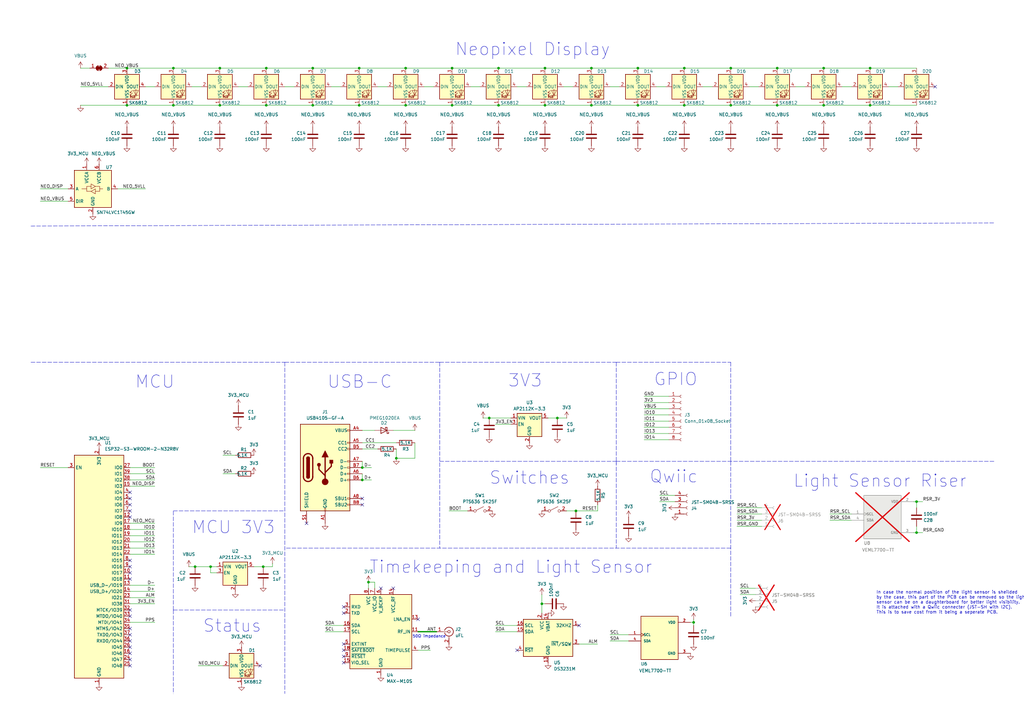
<source format=kicad_sch>
(kicad_sch (version 20231120) (generator "eeschema") (generator_version "8.0")
  (paper "A3")
  (title_block (title "Lightbeam S3") (date "2024-04-10") (rev "R2") (company "besser"))
  (junction (at 280.67 27.94))
  (junction (at 318.77 27.94))
  (junction (at 299.72 43.18))
  (junction (at 151.13 238.76))
  (junction (at 200.66 171.45))
  (junction (at 109.22 43.18))
  (junction (at 148.59 196.85))
  (junction (at 261.62 27.94))
  (junction (at 109.22 27.94))
  (junction (at 284.48 255.27))
  (junction (at 80.01 232.41))
  (junction (at 185.42 43.18))
  (junction (at 166.37 27.94))
  (junction (at 90.17 27.94))
  (junction (at 222.25 247.65))
  (junction (at 223.52 43.18))
  (junction (at 299.72 27.94))
  (junction (at 280.67 43.18))
  (junction (at 261.62 43.18))
  (junction (at 148.59 191.77))
  (junction (at 147.32 27.94))
  (junction (at 242.57 27.94))
  (junction (at 242.57 43.18))
  (junction (at 128.27 43.18))
  (junction (at 185.42 27.94))
  (junction (at 204.47 27.94))
  (junction (at 71.12 43.18))
  (junction (at 223.52 27.94))
  (junction (at 236.22 209.55))
  (junction (at 204.47 43.18))
  (junction (at 356.87 43.18))
  (junction (at 162.56 187.96))
  (junction (at 90.17 43.18))
  (junction (at 337.82 27.94))
  (junction (at 166.37 43.18))
  (junction (at 52.07 27.94))
  (junction (at 52.07 43.18))
  (junction (at 356.87 27.94))
  (junction (at 337.82 43.18))
  (junction (at 147.32 43.18))
  (junction (at 71.12 27.94))
  (junction (at 86.36 232.41))
  (junction (at 128.27 27.94))
  (junction (at 107.95 232.41))
  (junction (at 318.77 43.18))
  (junction (at 375.92 205.74))
  (junction (at 228.6 171.45))
  (junction (at 375.92 218.44))
  (no_connect (at 53.34 229.87))
  (no_connect (at 161.29 241.3))
  (no_connect (at 53.34 267.97))
  (no_connect (at 53.34 232.41))
  (no_connect (at 53.34 273.05))
  (no_connect (at 106.68 273.05))
  (no_connect (at 140.97 248.92))
  (no_connect (at 140.97 264.16))
  (no_connect (at 140.97 271.78))
  (no_connect (at 53.34 209.55))
  (no_connect (at 53.34 250.19))
  (no_connect (at 237.49 256.54))
  (no_connect (at 140.97 269.24))
  (no_connect (at 383.54 35.56))
  (no_connect (at 53.34 207.01))
  (no_connect (at 140.97 266.7))
  (no_connect (at 53.34 252.73))
  (no_connect (at 171.45 254))
  (no_connect (at 125.73 214.63))
  (no_connect (at 53.34 234.95))
  (no_connect (at 53.34 260.35))
  (no_connect (at 212.09 266.7))
  (no_connect (at 148.59 204.47))
  (no_connect (at 140.97 251.46))
  (no_connect (at 53.34 237.49))
  (no_connect (at 53.34 212.09))
  (no_connect (at 156.21 241.3))
  (no_connect (at 53.34 204.47))
  (no_connect (at 53.34 265.43))
  (no_connect (at 53.34 257.81))
  (no_connect (at 53.34 270.51))
  (no_connect (at 148.59 207.01))
  (no_connect (at 53.34 262.89))
  (no_connect (at 53.34 201.93))
  (wire (pts (xy 261.62 43.18) (xy 280.67 43.18)))
  (wire (pts (xy 170.18 181.61) (xy 170.18 187.96)))
  (wire (pts (xy 71.12 43.18) (xy 90.17 43.18)))
  (polyline (pts (xy 299.72 148.59) (xy 299.72 189.23)) (stroke (width 0) (type dash)))
  (wire (pts (xy 276.86 203.2) (xy 270.51 203.2)))
  (wire (pts (xy 337.82 27.94) (xy 356.87 27.94)))
  (wire (pts (xy 171.45 259.08) (xy 179.07 259.08)) (stroke (width 0.508)))
  (wire (pts (xy 80.01 232.41) (xy 86.36 232.41)))
  (wire (pts (xy 261.62 27.94) (xy 280.67 27.94)))
  (wire (pts (xy 91.44 194.31) (xy 96.52 194.31)))
  (wire (pts (xy 326.39 35.56) (xy 330.2 35.56)))
  (wire (pts (xy 148.59 191.77) (xy 152.4 191.77)))
  (wire (pts (xy 153.67 238.76) (xy 151.13 238.76)))
  (wire (pts (xy 97.79 35.56) (xy 101.6 35.56)))
  (wire (pts (xy 140.97 259.08) (xy 133.35 259.08)))
  (wire (pts (xy 33.02 27.94) (xy 36.83 27.94)))
  (wire (pts (xy 375.92 205.74) (xy 375.92 208.28)))
  (wire (pts (xy 59.69 35.56) (xy 63.5 35.56)))
  (wire (pts (xy 299.72 27.94) (xy 318.77 27.94)))
  (wire (pts (xy 280.67 27.94) (xy 299.72 27.94)))
  (wire (pts (xy 340.36 213.36) (xy 349.25 213.36)))
  (wire (pts (xy 53.34 196.85) (xy 63.5 196.85)))
  (wire (pts (xy 374.65 205.74) (xy 375.92 205.74)))
  (wire (pts (xy 312.42 210.82) (xy 302.26 210.82)))
  (wire (pts (xy 166.37 43.18) (xy 185.42 43.18)))
  (wire (pts (xy 33.02 35.56) (xy 44.45 35.56)))
  (wire (pts (xy 53.34 191.77) (xy 63.5 191.77)))
  (wire (pts (xy 162.56 187.96) (xy 170.18 187.96)))
  (wire (pts (xy 173.99 35.56) (xy 177.8 35.56)))
  (wire (pts (xy 193.04 35.56) (xy 196.85 35.56)))
  (wire (pts (xy 53.34 222.25) (xy 63.5 222.25)))
  (wire (pts (xy 222.25 243.84) (xy 222.25 247.65)))
  (wire (pts (xy 375.92 215.9) (xy 375.92 218.44)))
  (wire (pts (xy 86.36 234.95) (xy 86.36 232.41)))
  (polyline (pts (xy 407.67 189.23) (xy 299.72 189.23)) (stroke (width 0) (type dash)))
  (wire (pts (xy 242.57 43.18) (xy 261.62 43.18)))
  (wire (pts (xy 33.02 43.18) (xy 52.07 43.18)))
  (wire (pts (xy 237.49 264.16) (xy 245.11 264.16)))
  (polyline (pts (xy 116.84 148.59) (xy 180.34 148.59)) (stroke (width 0) (type dash)))
  (wire (pts (xy 228.6 171.45) (xy 232.41 171.45)))
  (wire (pts (xy 116.84 35.56) (xy 120.65 35.56)))
  (wire (pts (xy 312.42 213.36) (xy 302.26 213.36)))
  (wire (pts (xy 185.42 43.18) (xy 204.47 43.18)))
  (wire (pts (xy 288.29 35.56) (xy 292.1 35.56)))
  (wire (pts (xy 274.32 172.72) (xy 264.16 172.72)))
  (polyline (pts (xy 116.84 148.59) (xy 116.84 284.48)) (stroke (width 0) (type dash)))
  (wire (pts (xy 53.34 214.63) (xy 63.5 214.63)))
  (wire (pts (xy 154.94 35.56) (xy 158.75 35.56)))
  (wire (pts (xy 274.32 170.18) (xy 264.16 170.18)))
  (wire (pts (xy 109.22 43.18) (xy 128.27 43.18)))
  (wire (pts (xy 148.59 176.53) (xy 153.67 176.53)))
  (wire (pts (xy 63.5 255.27) (xy 53.34 255.27)))
  (wire (pts (xy 128.27 27.94) (xy 147.32 27.94)))
  (wire (pts (xy 71.12 27.94) (xy 90.17 27.94)))
  (wire (pts (xy 284.48 256.54) (xy 284.48 255.27)))
  (wire (pts (xy 77.47 232.41) (xy 80.01 232.41)))
  (wire (pts (xy 52.07 27.94) (xy 71.12 27.94)))
  (polyline (pts (xy 71.12 250.19) (xy 71.12 209.55)) (stroke (width 0) (type dash)))
  (wire (pts (xy 364.49 35.56) (xy 368.3 35.56)))
  (wire (pts (xy 274.32 180.34) (xy 264.16 180.34)))
  (wire (pts (xy 345.44 35.56) (xy 349.25 35.56)))
  (wire (pts (xy 53.34 217.17) (xy 63.5 217.17)))
  (wire (pts (xy 299.72 43.18) (xy 318.77 43.18)))
  (wire (pts (xy 375.92 218.44) (xy 378.46 218.44)))
  (wire (pts (xy 250.19 260.35) (xy 257.81 260.35)))
  (polyline (pts (xy 12.7 148.59) (xy 116.84 148.59)) (stroke (width 0) (type dash)))
  (wire (pts (xy 204.47 27.94) (xy 223.52 27.94)))
  (wire (pts (xy 274.32 165.1) (xy 264.16 165.1)))
  (wire (pts (xy 307.34 35.56) (xy 311.15 35.56)))
  (wire (pts (xy 274.32 175.26) (xy 264.16 175.26)))
  (wire (pts (xy 104.14 232.41) (xy 107.95 232.41)))
  (wire (pts (xy 264.16 162.56) (xy 274.32 162.56)))
  (wire (pts (xy 147.32 43.18) (xy 166.37 43.18)))
  (wire (pts (xy 250.19 35.56) (xy 254 35.56)))
  (wire (pts (xy 222.25 247.65) (xy 222.25 251.46)))
  (wire (pts (xy 151.13 238.76) (xy 151.13 241.3)))
  (wire (pts (xy 148.59 194.31) (xy 148.59 196.85)))
  (wire (pts (xy 312.42 208.28) (xy 302.26 208.28)))
  (wire (pts (xy 303.53 243.84) (xy 309.88 243.84)))
  (wire (pts (xy 90.17 27.94) (xy 109.22 27.94)))
  (wire (pts (xy 53.34 227.33) (xy 63.5 227.33)))
  (wire (pts (xy 340.36 210.82) (xy 349.25 210.82)))
  (wire (pts (xy 185.42 27.94) (xy 204.47 27.94)))
  (wire (pts (xy 198.12 171.45) (xy 200.66 171.45)))
  (wire (pts (xy 203.2 259.08) (xy 212.09 259.08)))
  (wire (pts (xy 53.34 224.79) (xy 63.5 224.79)))
  (wire (pts (xy 107.95 232.41) (xy 111.76 232.41)))
  (polyline (pts (xy 252.73 189.23) (xy 299.72 189.23)) (stroke (width 0) (type dash)))
  (polyline (pts (xy 180.34 189.23) (xy 252.73 189.23)) (stroke (width 0) (type dash)))
  (wire (pts (xy 337.82 43.18) (xy 356.87 43.18)))
  (wire (pts (xy 86.36 232.41) (xy 88.9 232.41)))
  (wire (pts (xy 44.45 27.94) (xy 52.07 27.94)))
  (wire (pts (xy 135.89 35.56) (xy 139.7 35.56)))
  (wire (pts (xy 53.34 194.31) (xy 63.5 194.31)))
  (wire (pts (xy 204.47 43.18) (xy 223.52 43.18)))
  (polyline (pts (xy 12.7 92.71) (xy 407.67 91.44)) (stroke (width 0) (type dash)))
  (wire (pts (xy 53.34 242.57) (xy 63.5 242.57)))
  (polyline (pts (xy 71.12 250.19) (xy 116.84 250.19)) (stroke (width 0) (type dash)))
  (wire (pts (xy 309.88 241.3) (xy 303.53 241.3)))
  (wire (pts (xy 133.35 256.54) (xy 140.97 256.54)))
  (wire (pts (xy 148.59 196.85) (xy 152.4 196.85)))
  (wire (pts (xy 250.19 262.89) (xy 257.81 262.89)))
  (wire (pts (xy 161.29 176.53) (xy 170.18 176.53)))
  (polyline (pts (xy 299.72 224.79) (xy 116.84 224.79)) (stroke (width 0) (type dash)))
  (wire (pts (xy 91.44 186.69) (xy 96.52 186.69)))
  (wire (pts (xy 223.52 27.94) (xy 242.57 27.94)))
  (wire (pts (xy 90.17 43.18) (xy 109.22 43.18)))
  (wire (pts (xy 245.11 209.55) (xy 236.22 209.55)))
  (wire (pts (xy 53.34 199.39) (xy 63.5 199.39)))
  (wire (pts (xy 171.45 266.7) (xy 176.53 266.7)))
  (wire (pts (xy 53.34 240.03) (xy 63.5 240.03)))
  (wire (pts (xy 48.26 77.47) (xy 59.69 77.47)))
  (wire (pts (xy 356.87 27.94) (xy 375.92 27.94)))
  (wire (pts (xy 312.42 215.9) (xy 302.26 215.9)))
  (wire (pts (xy 78.74 35.56) (xy 82.55 35.56)))
  (wire (pts (xy 212.09 35.56) (xy 215.9 35.56)))
  (wire (pts (xy 148.59 184.15) (xy 154.94 184.15)))
  (wire (pts (xy 356.87 43.18) (xy 375.92 43.18)))
  (wire (pts (xy 224.79 171.45) (xy 228.6 171.45)))
  (wire (pts (xy 223.52 247.65) (xy 222.25 247.65)))
  (wire (pts (xy 147.32 27.94) (xy 166.37 27.94)))
  (wire (pts (xy 318.77 27.94) (xy 337.82 27.94)))
  (wire (pts (xy 269.24 35.56) (xy 273.05 35.56)))
  (polyline (pts (xy 252.73 189.23) (xy 252.73 224.79)) (stroke (width 0) (type dash)))
  (wire (pts (xy 166.37 27.94) (xy 185.42 27.94)))
  (polyline (pts (xy 71.12 209.55) (xy 116.84 209.55)) (stroke (width 0) (type dash)))
  (wire (pts (xy 111.76 231.14) (xy 111.76 232.41)))
  (wire (pts (xy 200.66 171.45) (xy 209.55 171.45)))
  (wire (pts (xy 284.48 254) (xy 284.48 255.27)))
  (wire (pts (xy 16.51 191.77) (xy 27.94 191.77)))
  (wire (pts (xy 16.51 77.47) (xy 27.94 77.47)))
  (wire (pts (xy 283.21 255.27) (xy 284.48 255.27)))
  (wire (pts (xy 245.11 207.01) (xy 245.11 209.55)))
  (wire (pts (xy 212.09 256.54) (xy 203.2 256.54)))
  (wire (pts (xy 148.59 181.61) (xy 162.56 181.61)))
  (wire (pts (xy 153.67 241.3) (xy 153.67 238.76)))
  (wire (pts (xy 109.22 27.94) (xy 128.27 27.94)))
  (polyline (pts (xy 299.72 189.23) (xy 299.72 224.79)) (stroke (width 0) (type dash)))
  (wire (pts (xy 280.67 43.18) (xy 299.72 43.18)))
  (wire (pts (xy 53.34 219.71) (xy 63.5 219.71)))
  (wire (pts (xy 128.27 43.18) (xy 147.32 43.18)))
  (wire (pts (xy 374.65 218.44) (xy 375.92 218.44)))
  (wire (pts (xy 231.14 35.56) (xy 234.95 35.56)))
  (wire (pts (xy 270.51 205.74) (xy 276.86 205.74)))
  (polyline (pts (xy 252.73 148.59) (xy 299.72 148.59)) (stroke (width 0) (type dash)))
  (wire (pts (xy 52.07 43.18) (xy 71.12 43.18)))
  (wire (pts (xy 16.51 82.55) (xy 27.94 82.55)))
  (wire (pts (xy 223.52 43.18) (xy 242.57 43.18)))
  (wire (pts (xy 53.34 245.11) (xy 63.5 245.11)))
  (wire (pts (xy 162.56 184.15) (xy 162.56 187.96)))
  (wire (pts (xy 203.2 173.99) (xy 209.55 173.99)))
  (wire (pts (xy 191.77 209.55) (xy 184.15 209.55)))
  (wire (pts (xy 148.59 189.23) (xy 148.59 191.77)))
  (wire (pts (xy 232.41 209.55) (xy 236.22 209.55)))
  (wire (pts (xy 242.57 27.94) (xy 261.62 27.94)))
  (wire (pts (xy 88.9 234.95) (xy 86.36 234.95)))
  (polyline (pts (xy 180.34 148.59) (xy 252.73 148.59)) (stroke (width 0) (type dash)))
  (wire (pts (xy 53.34 247.65) (xy 63.5 247.65)))
  (polyline (pts (xy 180.34 148.59) (xy 180.34 224.79)) (stroke (width 0) (type dash)))
  (wire (pts (xy 375.92 205.74) (xy 378.46 205.74)))
  (wire (pts (xy 274.32 177.8) (xy 264.16 177.8)))
  (wire (pts (xy 81.28 273.05) (xy 91.44 273.05)))
  (polyline (pts (xy 299.72 252.73) (xy 299.72 224.79)) (stroke (width 0) (type dash)))
  (polyline (pts (xy 252.73 148.59) (xy 252.73 190.5)) (stroke (width 0) (type dash)))
  (wire (pts (xy 318.77 43.18) (xy 337.82 43.18)))
  (polyline (pts (xy 71.12 250.19) (xy 71.12 284.48)) (stroke (width 0) (type dash)))
  (wire (pts (xy 274.32 167.64) (xy 264.16 167.64)))
  (text "Neopixel Display" (at 218.44 20.32 0) (effects (font (size 5.08 5.08))))
  (text "MCU 3V3" (at 95.758 216.408 0) (effects (font (size 5.08 5.08))))
  (text "50Ω impedance" (at 176.022 261.112 0) (effects (font (size 1.143 1.143))))
  (text "In case the normal position of the light sensor is sheilded \nby the case, this part of the PCB can be removed so the light\nsensor can be on a daughterboard for better light visibility. \nIt is attached with a Qwiic connecter (JST-SH with I2C).\nThis is to save cost from it being a seperate PCB.\n" (at 359.41 247.142 0) (effects (font (size 1.27 1.27)) (justify left)))
  (text "GPIO" (at 277.114 155.702 0) (effects (font (size 5.08 5.08))))
  (text "USB-C\n" (at 147.574 156.718 0) (effects (font (size 5.08 5.08))))
  (text "3V3" (at 215.392 156.21 0) (effects (font (size 5.08 5.08))))
  (text "Timekeeping and Light Sensor\n" (at 209.55 232.664 0) (effects (font (size 5.08 5.08))))
  (text "MCU" (at 63.5 156.718 0) (effects (font (size 5.08 5.08))))
  (text "Status" (at 95.25 256.794 0) (effects (font (size 5.08 5.08))))
  (text "Qwiic\n" (at 276.352 195.58 0) (effects (font (size 5.08 5.08))))
  (text "Light Sensor Riser" (at 360.934 197.358 0) (effects (font (size 5.08 5.08))))
  (text "Switches" (at 217.17 196.088 0) (effects (font (size 5.08 5.08))))
  (label "RSR_SDA" (at 302.26 210.82 0))
  (label "IO13" (at 264.16 177.8 0))
  (label "SCL" (at 63.5 194.31 180))
  (label "SCL" (at 203.2 256.54 0))
  (label "D+" (at 152.4 196.85 180))
  (label "SDA" (at 91.44 194.31 0))
  (label "NEO_MCU" (at 63.5 214.63 180))
  (label "NEO_VBUS" (at 46.99 27.94 0))
  (label "3V3_EN" (at 203.2 173.99 0))
  (label "D-" (at 63.5 240.03 180))
  (label "NEO_VBUS" (at 16.51 82.55 0))
  (label "ALM" (at 63.5 245.11 180))
  (label "PPS" (at 176.53 266.7 180))
  (label "RSR_SCL" (at 302.26 208.28 0))
  (label "RESET" (at 16.51 191.77 0))
  (label "RSR_3V" (at 378.46 205.74 0))
  (label "BOOT" (at 184.15 209.55 0))
  (label "RSR_SCL" (at 340.36 210.82 0))
  (label "IO11" (at 63.5 219.71 180))
  (label "SDA" (at 203.2 259.08 0))
  (label "NEO_5VLL" (at 33.02 35.56 0))
  (label "PPS" (at 63.5 255.27 180))
  (label "RSR_3V" (at 302.26 213.36 0))
  (label "SDA" (at 270.51 205.74 0))
  (label "D+" (at 63.5 242.57 180))
  (label "SDA" (at 303.53 243.84 0))
  (label "RSR_GND" (at 378.46 218.44 0))
  (label "ALM" (at 245.11 264.16 180))
  (label "RESET" (at 238.76 209.55 0))
  (label "3V3" (at 264.16 165.1 0))
  (label "IO12" (at 264.16 175.26 0))
  (label "SCL" (at 270.51 203.2 0))
  (label "BOOT" (at 63.5 191.77 180))
  (label "GND" (at 264.16 162.56 0))
  (label "NEO_DISP" (at 16.51 77.47 0))
  (label "VBUS" (at 264.16 167.64 0))
  (label "IO10" (at 264.16 170.18 0))
  (label "NEO_MCU" (at 81.28 273.05 0))
  (label "RSR_SDA" (at 340.36 213.36 0))
  (label "CC2" (at 149.86 184.15 0))
  (label "3V3_EN" (at 63.5 247.65 180))
  (label "SCL" (at 303.53 241.3 0))
  (label "IO12" (at 63.5 222.25 180))
  (label "IO14" (at 264.16 180.34 0))
  (label "SDA" (at 63.5 196.85 180))
  (label "D-" (at 152.4 191.77 180))
  (label "SDA" (at 250.19 262.89 0))
  (label "SCL" (at 250.19 260.35 0))
  (label "CC1" (at 149.86 181.61 0))
  (label "SCL" (at 91.44 186.69 0))
  (label "IO11" (at 264.16 172.72 0))
  (label "ANT" (at 175.26 259.08 0))
  (label "SCL" (at 133.35 259.08 0))
  (label "SDA" (at 133.35 256.54 0))
  (label "RSR_GND" (at 302.26 215.9 0))
  (label "IO13" (at 63.5 224.79 180))
  (label "NEO_DISP" (at 63.5 199.39 180))
  (label "IO14" (at 63.5 227.33 180))
  (label "IO10" (at 63.5 217.17 180))
  (label "NEO_5VLL" (at 59.69 77.47 180))
  (symbol (lib_id "power:GND") (at 147.32 59.69 0) (mirror y) (unit 1)
    (property "Reference" "#PWR0145" (effects (hide yes)))
    (property "Value" "GND" (effects (hide yes)))
    (property "Description" "Power symbol creates a global label with name \"GND\" , ground" (effects (hide yes)))
  )
  (symbol (lib_id "power:GND") (at 33.02 43.18 0) (unit 1)
    (property "Reference" "#PWR0136" (effects (hide yes)))
    (property "Value" "GND" (effects (hide yes)))
    (property "Description" "Power symbol creates a global label with name \"GND\" , ground" (effects (hide yes)))
  )
  (symbol (lib_id "power:VBUS") (at 33.02 27.94 0) (unit 1)
    (property "Reference" "#PWR0135" (effects (hide yes)))
    (property "Value" "VBUS" (at 33.02 22.86 0))
    (property "Description" "Power symbol creates a global label with name \"VBUS\"" (effects (hide yes)))
  )
  (symbol (lib_id "power:GND") (at 156.21 276.86 0) (mirror y) (unit 1)
    (property "Reference" "#PWR0118" (effects (hide yes)))
    (property "Value" "GND" (effects (hide yes)))
    (property "Description" "Power symbol creates a global label with name \"GND\" , ground" (effects (hide yes)))
  )
  (symbol (lib_id "power:GND") (at 217.17 181.61 0) (unit 1)
    (property "Reference" "#PWR0116" (effects (hide yes)))
    (property "Value" "GND" (effects (hide yes)))
    (property "Description" "Power symbol creates a global label with name \"GND\" , ground" (effects (hide yes)))
  )
  (symbol (lib_id "power:+5V") (at 128.27 52.07 0) (unit 1)
    (property "Reference" "#PWR08" (effects (hide yes)))
    (property "Value" "NEO_VBUS" (at 128.27 46.99 0))
    (property "Description" "Power symbol creates a global label with name \"+5V\"" (effects (hide yes)))
  )
  (symbol (lib_id "LED:SK6812") (at 318.77 35.56 0) (unit 1)
    (property "Reference" "D17" (at 323.088 29.21 0))
    (property "Value" "SK6812" (at 323.342 42.164 0))
    (property "Footprint" "LED_SMD:LED_SK6812_PLCC4_5.0x5.0mm_P3.2mm" (effects (hide yes)))
    (property "Datasheet" "https://cdn-shop.adafruit.com/product-files/1138/SK6812+LED+datasheet+.pdf" (effects (hide yes)))
    (property "Description" "RGB LED with integrated controller" (effects (hide yes)))
  )
  (symbol (lib_id "Regulator_Linear:AP2112K-3.3") (at 96.52 234.95 0) (unit 1)
    (property "Reference" "U2" (at 96.52 226.06 0))
    (property "Value" "AP2112K-3.3" (at 96.52 228.6 0))
    (property "Footprint" "Package_TO_SOT_SMD:SOT-23-5" (effects (hide yes)))
    (property "Datasheet" "https://www.diodes.com/assets/Datasheets/AP2112.pdf" (effects (hide yes)))
    (property "Description" "600mA low dropout linear regulator, with enable pin, 3.8V-6V input voltage range, 3.3V fixed positive output, SOT-23-5" (effects (hide yes)))
  )
  (symbol (lib_id "Device:C") (at 90.17 55.88 0) (mirror x) (unit 1)
    (property "Reference" "C12" (at 87.376 54.61 0) (effects (justify right)))
    (property "Value" "100nF" (at 87.376 57.15 0) (effects (justify right)))
    (property "Footprint" "Capacitor_SMD:C_0603_1608Metric" (effects (hide yes)))
    (property "Description" "Unpolarized capacitor" (effects (hide yes)))
  )
  (symbol (lib_id "LED:SK6812") (at 204.47 35.56 0) (unit 1)
    (property "Reference" "D11" (at 208.788 29.21 0))
    (property "Value" "SK6812" (at 209.042 42.164 0))
    (property "Footprint" "LED_SMD:LED_SK6812_PLCC4_5.0x5.0mm_P3.2mm" (effects (hide yes)))
    (property "Datasheet" "https://cdn-shop.adafruit.com/product-files/1138/SK6812+LED+datasheet+.pdf" (effects (hide yes)))
    (property "Description" "RGB LED with integrated controller" (effects (hide yes)))
  )
  (symbol (lib_id "power:GND") (at 204.47 59.69 0) (mirror y) (unit 1)
    (property "Reference" "#PWR0164" (effects (hide yes)))
    (property "Value" "GND" (effects (hide yes)))
    (property "Description" "Power symbol creates a global label with name \"GND\" , ground" (effects (hide yes)))
  )
  (symbol (lib_id "power:GND") (at 299.72 59.69 0) (mirror y) (unit 1)
    (property "Reference" "#PWR0143" (effects (hide yes)))
    (property "Value" "GND" (effects (hide yes)))
    (property "Description" "Power symbol creates a global label with name \"GND\" , ground" (effects (hide yes)))
  )
  (symbol (lib_id "power:+5V") (at 261.62 52.07 0) (unit 1)
    (property "Reference" "#PWR015" (effects (hide yes)))
    (property "Value" "NEO_VBUS" (at 261.62 46.99 0))
    (property "Description" "Power symbol creates a global label with name \"+5V\"" (effects (hide yes)))
  )
  (symbol (lib_id "power:+5V") (at 299.72 52.07 0) (unit 1)
    (property "Reference" "#PWR017" (effects (hide yes)))
    (property "Value" "NEO_VBUS" (at 299.72 46.99 0))
    (property "Description" "Power symbol creates a global label with name \"+5V\"" (effects (hide yes)))
  )
  (symbol (lib_id "LED:SK6812") (at 99.06 273.05 0) (unit 1)
    (property "Reference" "D1" (at 103.378 266.7 0))
    (property "Value" "SK6812" (at 103.632 279.654 0))
    (property "Footprint" "LED_SMD:LED_SK6812_PLCC4_5.0x5.0mm_P3.2mm" (effects (hide yes)))
    (property "Datasheet" "https://cdn-shop.adafruit.com/product-files/1138/SK6812+LED+datasheet+.pdf" (effects (hide yes)))
    (property "Description" "RGB LED with integrated controller" (effects (hide yes)))
  )
  (symbol (lib_id "power:GND") (at 309.88 248.92 0) (unit 1)
    (property "Reference" "#PWR04" (effects (hide yes)))
    (property "Value" "GND" (effects (hide yes)))
    (property "Description" "Power symbol creates a global label with name \"GND\" , ground" (effects (hide yes)))
  )
  (symbol (lib_id "Device:C") (at 80.01 236.22 0) (mirror x) (unit 1)
    (property "Reference" "C2" (at 76.2 234.9499 0) (effects (justify right)))
    (property "Value" "1uF" (at 76.2 237.4899 0) (effects (justify right)))
    (property "Footprint" "Capacitor_SMD:C_0603_1608Metric" (effects (hide yes)))
    (property "Description" "Unpolarized capacitor" (effects (hide yes)))
  )
  (symbol (lib_id "Device:C") (at 166.37 55.88 0) (mirror x) (unit 1)
    (property "Reference" "C16" (at 163.576 54.61 0) (effects (justify right)))
    (property "Value" "100nF" (at 163.576 57.15 0) (effects (justify right)))
    (property "Footprint" "Capacitor_SMD:C_0603_1608Metric" (effects (hide yes)))
    (property "Description" "Unpolarized capacitor" (effects (hide yes)))
  )
  (symbol (lib_id "LED:SK6812") (at 375.92 35.56 0) (unit 1)
    (property "Reference" "D20" (at 380.238 29.21 0))
    (property "Value" "SK6812" (at 380.492 42.164 0))
    (property "Footprint" "LED_SMD:LED_SK6812_PLCC4_5.0x5.0mm_P3.2mm" (effects (hide yes)))
    (property "Datasheet" "https://cdn-shop.adafruit.com/product-files/1138/SK6812+LED+datasheet+.pdf" (effects (hide yes)))
    (property "Description" "RGB LED with integrated controller" (effects (hide yes)))
  )
  (symbol (lib_id "power:GND") (at 231.14 247.65 0) (unit 1)
    (property "Reference" "#PWR0109" (effects (hide yes)))
    (property "Value" "GND" (effects (hide yes)))
    (property "Description" "Power symbol creates a global label with name \"GND\" , ground" (effects (hide yes)))
  )
  (symbol (lib_id "power:GND") (at 99.06 280.67 0) (mirror y) (unit 1)
    (property "Reference" "#PWR0165" (effects (hide yes)))
    (property "Value" "GND" (effects (hide yes)))
    (property "Description" "Power symbol creates a global label with name \"GND\" , ground" (effects (hide yes)))
  )
  (symbol (lib_id "Logic_LevelTranslator:SN74LVC1T45DRL") (at 38.1 77.47 0) (unit 1)
    (property "Reference" "U7" (at 44.704 68.58 0))
    (property "Value" "SN74LVC1T45GW" (at 47.498 87.122 0))
    (property "Footprint" "Package_TO_SOT_SMD:SOT-363_SC-70-6" (effects (hide yes)))
    (property "Datasheet" "http://www.ti.com/lit/ds/symlink/sn74lvc1t45.pdf" (effects (hide yes)))
    (property "Description" "Single-Bit Dual-Supply Bus Transceiver With Configurable Voltage Translation and 3-State Outputs, SOT-563" (effects (hide yes)))
  )
  (symbol (lib_id "power:+3V3") (at 284.48 254 0) (unit 1)
    (property "Reference" "#PWR0103" (effects (hide yes)))
    (property "Value" "3V3" (at 284.48 249.682 0))
    (property "Description" "Power symbol creates a global label with name \"+3V3\"" (effects (hide yes)))
  )
  (symbol (lib_id "Device:C") (at 227.33 247.65 90) (mirror x) (unit 1)
    (property "Reference" "C6" (at 228.6 244.856 0) (effects (justify right)))
    (property "Value" "100nF" (at 226.06 244.856 0) (effects (justify right)))
    (property "Footprint" "Capacitor_SMD:C_0603_1608Metric" (effects (hide yes)))
    (property "Description" "Unpolarized capacitor" (effects (hide yes)))
  )
  (symbol (lib_id "power:GND") (at 280.67 59.69 0) (mirror y) (unit 1)
    (property "Reference" "#PWR0153" (effects (hide yes)))
    (property "Value" "GND" (effects (hide yes)))
    (property "Description" "Power symbol creates a global label with name \"GND\" , ground" (effects (hide yes)))
  )
  (symbol (lib_id "power:+3V3") (at 309.88 246.38 90) (unit 1)
    (property "Reference" "#PWR03" (effects (hide yes)))
    (property "Value" "3V3" (at 305.562 246.38 0))
    (property "Description" "Power symbol creates a global label with name \"+3V3\"" (effects (hide yes)))
  )
  (symbol (lib_id "Device:C") (at 228.6 175.26 0) (unit 1)
    (property "Reference" "C5" (at 232.41 173.99 0) (effects (justify left)))
    (property "Value" "1uF" (at 232.41 176.53 0) (effects (justify left)))
    (property "Footprint" "Capacitor_SMD:C_0603_1608Metric" (effects (hide yes)))
    (property "Description" "Unpolarized capacitor" (effects (hide yes)))
  )
  (symbol (lib_id "RF_GPS:MAX-M10S") (at 156.21 259.08 0) (unit 1)
    (property "Reference" "U4" (at 158.5334 276.86 0) (effects (justify left)))
    (property "Value" "MAX-M10S" (at 158.5334 279.4 0) (effects (justify left)))
    (property "Footprint" "RF_GPS:ublox_MAX" (effects (hide yes)))
    (property "Datasheet" "https://content.u-blox.com/sites/default/files/MAX-M10S_DataSheet_UBX-20035208.pdf" (effects (hide yes)))
    (property "Description" "GNSS Module MAX M10, VCC 1.65V to 3.6V" (effects (hide yes)))
  )
  (symbol (lib_id "power:+3V3") (at 35.56 67.31 0) (unit 1)
    (property "Reference" "#PWR0129" (effects (hide yes)))
    (property "Value" "3V3_MCU" (at 32.004 62.992 0))
    (property "Description" "Power symbol creates a global label with name \"+3V3\"" (effects (hide yes)))
  )
  (symbol (lib_id "Device:R") (at 100.33 194.31 90) (unit 1)
    (property "Reference" "R2" (at 101.346 192.024 90) (effects (justify left)))
    (property "Value" "5.1K" (at 101.6 194.31 90) (effects (justify left)))
    (property "Footprint" "Capacitor_SMD:C_0603_1608Metric" (effects (hide yes)))
    (property "Description" "Resistor" (effects (hide yes)))
  )
  (symbol (lib_id "power:GND") (at 261.62 59.69 0) (mirror y) (unit 1)
    (property "Reference" "#PWR0156" (effects (hide yes)))
    (property "Value" "GND" (effects (hide yes)))
    (property "Description" "Power symbol creates a global label with name \"GND\" , ground" (effects (hide yes)))
  )
  (symbol (lib_id "LED:SK6812") (at 128.27 35.56 0) (unit 1)
    (property "Reference" "D7" (at 132.588 29.21 0))
    (property "Value" "SK6812" (at 132.842 42.164 0))
    (property "Footprint" "LED_SMD:LED_SK6812_PLCC4_5.0x5.0mm_P3.2mm" (effects (hide yes)))
    (property "Datasheet" "https://cdn-shop.adafruit.com/product-files/1138/SK6812+LED+datasheet+.pdf" (effects (hide yes)))
    (property "Description" "RGB LED with integrated controller" (effects (hide yes)))
  )
  (symbol (lib_id "power:+5V") (at 185.42 52.07 0) (unit 1)
    (property "Reference" "#PWR011" (effects (hide yes)))
    (property "Value" "NEO_VBUS" (at 185.42 46.99 0))
    (property "Description" "Power symbol creates a global label with name \"+5V\"" (effects (hide yes)))
  )
  (symbol (lib_id "power:+3V3") (at 245.11 199.39 0) (unit 1)
    (property "Reference" "#PWR0119" (effects (hide yes)))
    (property "Value" "3V3_MCU" (at 245.11 195.072 0))
    (property "Description" "Power symbol creates a global label with name \"+3V3\"" (effects (hide yes)))
  )
  (symbol (lib_id "power:GND") (at 38.1 87.63 0) (unit 1)
    (property "Reference" "#PWR0130" (effects (hide yes)))
    (property "Value" "GND" (effects (hide yes)))
    (property "Description" "Power symbol creates a global label with name \"GND\" , ground" (effects (hide yes)))
  )
  (symbol (lib_id "power:GND") (at 185.42 59.69 0) (mirror y) (unit 1)
    (property "Reference" "#PWR0160" (effects (hide yes)))
    (property "Value" "GND" (effects (hide yes)))
    (property "Description" "Power symbol creates a global label with name \"GND\" , ground" (effects (hide yes)))
  )
  (symbol (lib_id "power:GND") (at 283.21 267.97 0) (unit 1)
    (property "Reference" "#PWR0102" (effects (hide yes)))
    (property "Value" "GND" (effects (hide yes)))
    (property "Description" "Power symbol creates a global label with name \"GND\" , ground" (effects (hide yes)))
  )
  (symbol (lib_id "Device:C") (at 147.32 55.88 0) (mirror x) (unit 1)
    (property "Reference" "C15" (at 144.526 54.61 0) (effects (justify right)))
    (property "Value" "100nF" (at 144.526 57.15 0) (effects (justify right)))
    (property "Footprint" "Capacitor_SMD:C_0603_1608Metric" (effects (hide yes)))
    (property "Description" "Unpolarized capacitor" (effects (hide yes)))
  )
  (symbol (lib_id "LED:SK6812") (at 90.17 35.56 0) (unit 1)
    (property "Reference" "D5" (at 94.488 29.21 0))
    (property "Value" "SK6812" (at 94.742 42.164 0))
    (property "Footprint" "LED_SMD:LED_SK6812_PLCC4_5.0x5.0mm_P3.2mm" (effects (hide yes)))
    (property "Datasheet" "https://cdn-shop.adafruit.com/product-files/1138/SK6812+LED+datasheet+.pdf" (effects (hide yes)))
    (property "Description" "RGB LED with integrated controller" (effects (hide yes)))
  )
  (symbol (lib_id "power:+5V") (at 198.12 171.45 0) (unit 1)
    (property "Reference" "#PWR0121" (effects (hide yes)))
    (property "Value" "VBUS" (at 198.12 166.37 0))
    (property "Description" "Power symbol creates a global label with name \"+5V\"" (effects (hide yes)))
  )
  (symbol (lib_id "power:GND") (at 356.87 59.69 0) (mirror y) (unit 1)
    (property "Reference" "#PWR0152" (effects (hide yes)))
    (property "Value" "GND" (effects (hide yes)))
    (property "Description" "Power symbol creates a global label with name \"GND\" , ground" (effects (hide yes)))
  )
  (symbol (lib_id "power:+3V3") (at 104.14 194.31 0) (unit 1)
    (property "Reference" "#PWR0169" (effects (hide yes)))
    (property "Value" "3V3" (at 104.14 189.992 0))
    (property "Description" "Power symbol creates a global label with name \"+3V3\"" (effects (hide yes)))
  )
  (symbol (lib_id "Device:C") (at 375.92 55.88 0) (mirror x) (unit 1)
    (property "Reference" "C27" (at 373.126 54.61 0) (effects (justify right)))
    (property "Value" "100nF" (at 373.126 57.15 0) (effects (justify right)))
    (property "Footprint" "Capacitor_SMD:C_0603_1608Metric" (effects (hide yes)))
    (property "Description" "Unpolarized capacitor" (effects (hide yes)))
  )
  (symbol (lib_id "power:+3V3") (at 257.81 212.09 0) (unit 1)
    (property "Reference" "#PWR01" (effects (hide yes)))
    (property "Value" "3V3" (at 257.81 207.772 0))
    (property "Description" "Power symbol creates a global label with name \"+3V3\"" (effects (hide yes)))
  )
  (symbol (lib_id "Regulator_Linear:AP2112K-3.3") (at 217.17 173.99 0) (unit 1)
    (property "Reference" "U3" (at 217.17 165.1 0))
    (property "Value" "AP2112K-3.3" (at 217.17 167.64 0))
    (property "Footprint" "Package_TO_SOT_SMD:SOT-23-5" (effects (hide yes)))
    (property "Datasheet" "https://www.diodes.com/assets/Datasheets/AP2112.pdf" (effects (hide yes)))
    (property "Description" "600mA low dropout linear regulator, with enable pin, 3.8V-6V input voltage range, 3.3V fixed positive output, SOT-23-5" (effects (hide yes)))
  )
  (symbol (lib_id "power:GND") (at 200.66 179.07 0) (unit 1)
    (property "Reference" "#PWR0113" (effects (hide yes)))
    (property "Value" "GND" (effects (hide yes)))
    (property "Description" "Power symbol creates a global label with name \"GND\" , ground" (effects (hide yes)))
  )
  (symbol (lib_id "power:GND") (at 52.07 59.69 0) (mirror y) (unit 1)
    (property "Reference" "#PWR0132" (effects (hide yes)))
    (property "Value" "GND" (effects (hide yes)))
    (property "Description" "Power symbol creates a global label with name \"GND\" , ground" (effects (hide yes)))
  )
  (symbol (lib_id "Device:C") (at 185.42 55.88 0) (mirror x) (unit 1)
    (property "Reference" "C17" (at 182.626 54.61 0) (effects (justify right)))
    (property "Value" "100nF" (at 182.626 57.15 0) (effects (justify right)))
    (property "Footprint" "Capacitor_SMD:C_0603_1608Metric" (effects (hide yes)))
    (property "Description" "Unpolarized capacitor" (effects (hide yes)))
  )
  (symbol (lib_id "Diode:NSR0340HT1G") (at 157.48 176.53 180) (unit 1)
    (property "Reference" "D2" (at 157.48 173.482 0))
    (property "Value" "PMEG1020EA" (at 157.734 171.45 0))
    (property "Footprint" "Diode_SMD:D_SOD-323" (effects (hide yes)))
    (property "Description" "10V 2A Schottky Diode, SOD-323" (effects (hide yes)))
  )
  (symbol (lib_id "power:+3V3") (at 276.86 208.28 90) (unit 1)
    (property "Reference" "#PWR0106" (effects (hide yes)))
    (property "Value" "3V3" (at 272.542 208.28 0))
    (property "Description" "Power symbol creates a global label with name \"+3V3\"" (effects (hide yes)))
  )
  (symbol (lib_id "power:+3V3") (at 111.76 231.14 0) (unit 1)
    (property "Reference" "#PWR0177" (effects (hide yes)))
    (property "Value" "3V3_MCU" (at 111.76 226.822 0))
    (property "Description" "Power symbol creates a global label with name \"+3V3\"" (effects (hide yes)))
  )
  (symbol (lib_id "power:+5V") (at 375.92 52.07 0) (unit 1)
    (property "Reference" "#PWR021" (effects (hide yes)))
    (property "Value" "NEO_VBUS" (at 375.92 46.99 0))
    (property "Description" "Power symbol creates a global label with name \"+5V\"" (effects (hide yes)))
  )
  (symbol (lib_id "power:GND") (at 222.25 209.55 0) (unit 1)
    (property "Reference" "#PWR0115" (effects (hide yes)))
    (property "Value" "GND" (effects (hide yes)))
    (property "Description" "Power symbol creates a global label with name \"GND\" , ground" (effects (hide yes)))
  )
  (symbol (lib_id "power:+3V3") (at 222.25 243.84 0) (unit 1)
    (property "Reference" "#PWR0111" (effects (hide yes)))
    (property "Value" "3V3" (at 222.25 239.522 0))
    (property "Description" "Power symbol creates a global label with name \"+3V3\"" (effects (hide yes)))
  )
  (symbol (lib_id "Device:C") (at 109.22 55.88 0) (mirror x) (unit 1)
    (property "Reference" "C13" (at 106.426 54.61 0) (effects (justify right)))
    (property "Value" "100nF" (at 106.426 57.15 0) (effects (justify right)))
    (property "Footprint" "Capacitor_SMD:C_0603_1608Metric" (effects (hide yes)))
    (property "Description" "Unpolarized capacitor" (effects (hide yes)))
  )
  (symbol (lib_id "LED:SK6812") (at 166.37 35.56 0) (unit 1)
    (property "Reference" "D9" (at 170.688 29.21 0))
    (property "Value" "SK6812" (at 170.942 42.164 0))
    (property "Footprint" "LED_SMD:LED_SK6812_PLCC4_5.0x5.0mm_P3.2mm" (effects (hide yes)))
    (property "Datasheet" "https://cdn-shop.adafruit.com/product-files/1138/SK6812+LED+datasheet+.pdf" (effects (hide yes)))
    (property "Description" "RGB LED with integrated controller" (effects (hide yes)))
  )
  (symbol (lib_id "Device:C") (at 52.07 55.88 0) (mirror x) (unit 1)
    (property "Reference" "C10" (at 49.276 54.61 0) (effects (justify right)))
    (property "Value" "100nF" (at 49.276 57.15 0) (effects (justify right)))
    (property "Footprint" "Capacitor_SMD:C_0603_1608Metric" (effects (hide yes)))
    (property "Description" "Unpolarized capacitor" (effects (hide yes)))
  )
  (symbol (lib_id "Connector:Conn_01x04_Socket") (at 281.94 208.28 0) (mirror x) (unit 1)
    (property "Reference" "J4" (at 283.464 208.534 0) (effects (justify left)))
    (property "Value" "JST-SM04B-SRSS" (at 283.464 205.994 0) (effects (justify left)))
    (property "Footprint" "besser_footprints:JST_SH_SM04B-SRSS-TB_1x04-1MP_P1.00mm_Horizontal" (effects (hide yes)))
    (property "Description" "Generic connector, single row, 01x04, script generated" (effects (hide yes)))
  )
  (symbol (lib_id "power:GND") (at 223.52 59.69 0) (mirror y) (unit 1)
    (property "Reference" "#PWR0163" (effects (hide yes)))
    (property "Value" "GND" (effects (hide yes)))
    (property "Description" "Power symbol creates a global label with name \"GND\" , ground" (effects (hide yes)))
  )
  (symbol (lib_id "Connector:USB_C_Receptacle_USB2.0_16P") (at 133.35 191.77 0) (unit 1)
    (property "Reference" "J1" (at 133.35 168.91 0))
    (property "Value" "USB4105-GF-A" (at 133.35 171.45 0))
    (property "Footprint" "Connector_USB:USB_C_Receptacle_GCT_USB4105-xx-A_16P_TopMnt_Horizontal" (effects (hide yes)))
    (property "Datasheet" "https://www.usb.org/sites/default/files/documents/usb_type-c.zip" (effects (hide yes)))
    (property "Description" "USB 2.0-only 16P Type-C Receptacle connector" (effects (hide yes)))
  )
  (symbol (lib_id "VEML7700-TT:VEML7700-TT") (at 270.51 262.89 0) (unit 1)
    (property "Reference" "U6" (at 264.16 272.288 0))
    (property "Value" "VEML7700-TT" (at 268.732 275.082 0))
    (property "Footprint" "besser_footprints:VEML7700" (effects (hide yes)))
    (property "PARTREV" "1.6" (effects (hide yes)))
    (property "STANDARD" "Manufacturer Recommendations" (effects (hide yes)))
    (property "SNAPEDA_PN" "VEML7700-TT" (effects (hide yes)))
    (property "MAXIMUM_PACKAGE_HEIGHT" "2.35 mm" (effects (hide yes)))
    (property "MANUFACTURER" "Vishay" (effects (hide yes)))
  )
  (symbol (lib_id "Device:C") (at 356.87 55.88 0) (mirror x) (unit 1)
    (property "Reference" "C26" (at 354.076 54.61 0) (effects (justify right)))
    (property "Value" "100nF" (at 354.076 57.15 0) (effects (justify right)))
    (property "Footprint" "Capacitor_SMD:C_0603_1608Metric" (effects (hide yes)))
    (property "Description" "Unpolarized capacitor" (effects (hide yes)))
  )
  (symbol (lib_id "power:GND") (at 90.17 59.69 0) (mirror y) (unit 1)
    (property "Reference" "#PWR0126" (effects (hide yes)))
    (property "Value" "GND" (effects (hide yes)))
    (property "Description" "Power symbol creates a global label with name \"GND\" , ground" (effects (hide yes)))
  )
  (symbol (lib_id "Device:C") (at 236.22 213.36 0) (unit 1)
    (property "Reference" "C8" (at 240.03 212.09 0) (effects (justify left)))
    (property "Value" "1uF" (at 240.03 214.63 0) (effects (justify left)))
    (property "Footprint" "Capacitor_SMD:C_0603_1608Metric" (effects (hide yes)))
    (property "Description" "Unpolarized capacitor" (effects (hide yes)))
  )
  (symbol (lib_id "power:GND") (at 96.52 242.57 0) (unit 1)
    (property "Reference" "#PWR0172" (effects (hide yes)))
    (property "Value" "GND" (effects (hide yes)))
    (property "Description" "Power symbol creates a global label with name \"GND\" , ground" (effects (hide yes)))
  )
  (symbol (lib_id "power:+5V") (at 52.07 52.07 0) (unit 1)
    (property "Reference" "#PWR0133" (effects (hide yes)))
    (property "Value" "NEO_VBUS" (at 52.07 46.99 0))
    (property "Description" "Power symbol creates a global label with name \"+5V\"" (effects (hide yes)))
  )
  (symbol (lib_id "Device:C") (at 318.77 55.88 0) (mirror x) (unit 1)
    (property "Reference" "C24" (at 315.976 54.61 0) (effects (justify right)))
    (property "Value" "100nF" (at 315.976 57.15 0) (effects (justify right)))
    (property "Footprint" "Capacitor_SMD:C_0603_1608Metric" (effects (hide yes)))
    (property "Description" "Unpolarized capacitor" (effects (hide yes)))
  )
  (symbol (lib_id "Device:C") (at 337.82 55.88 0) (mirror x) (unit 1)
    (property "Reference" "C25" (at 335.026 54.61 0) (effects (justify right)))
    (property "Value" "100nF" (at 335.026 57.15 0) (effects (justify right)))
    (property "Footprint" "Capacitor_SMD:C_0603_1608Metric" (effects (hide yes)))
    (property "Description" "Unpolarized capacitor" (effects (hide yes)))
  )
  (symbol (lib_id "power:GND") (at 375.92 59.69 0) (mirror y) (unit 1)
    (property "Reference" "#PWR0144" (effects (hide yes)))
    (property "Value" "GND" (effects (hide yes)))
    (property "Description" "Power symbol creates a global label with name \"GND\" , ground" (effects (hide yes)))
  )
  (symbol (lib_id "Device:R") (at 245.11 203.2 0) (mirror x) (unit 1)
    (property "Reference" "R5" (at 247.396 203.2 90))
    (property "Value" "5.1K" (at 245.364 203.2 90))
    (property "Footprint" "Capacitor_SMD:C_0603_1608Metric" (effects (hide yes)))
    (property "Description" "Resistor" (effects (hide yes)))
  )
  (symbol (lib_id "power:+5V") (at 242.57 52.07 0) (unit 1)
    (property "Reference" "#PWR014" (effects (hide yes)))
    (property "Value" "NEO_VBUS" (at 242.57 46.99 0))
    (property "Description" "Power symbol creates a global label with name \"+5V\"" (effects (hide yes)))
  )
  (symbol (lib_id "Device:C") (at 223.52 55.88 0) (mirror x) (unit 1)
    (property "Reference" "C19" (at 220.726 54.61 0) (effects (justify right)))
    (property "Value" "100nF" (at 220.726 57.15 0) (effects (justify right)))
    (property "Footprint" "Capacitor_SMD:C_0603_1608Metric" (effects (hide yes)))
    (property "Description" "Unpolarized capacitor" (effects (hide yes)))
  )
  (symbol (lib_id "power:+5V") (at 318.77 52.07 0) (unit 1)
    (property "Reference" "#PWR018" (effects (hide yes)))
    (property "Value" "NEO_VBUS" (at 318.77 46.99 0))
    (property "Description" "Power symbol creates a global label with name \"+5V\"" (effects (hide yes)))
  )
  (symbol (lib_id "power:GND") (at 242.57 59.69 0) (mirror y) (unit 1)
    (property "Reference" "#PWR0158" (effects (hide yes)))
    (property "Value" "GND" (effects (hide yes)))
    (property "Description" "Power symbol creates a global label with name \"GND\" , ground" (effects (hide yes)))
  )
  (symbol (lib_id "power:GND") (at 166.37 59.69 0) (mirror y) (unit 1)
    (property "Reference" "#PWR0142" (effects (hide yes)))
    (property "Value" "GND" (effects (hide yes)))
    (property "Description" "Power symbol creates a global label with name \"GND\" , ground" (effects (hide yes)))
  )
  (symbol (lib_id "power:GND") (at 133.35 214.63 0) (unit 1)
    (property "Reference" "#PWR0170" (effects (hide yes)))
    (property "Value" "GND" (effects (hide yes)))
    (property "Description" "Power symbol creates a global label with name \"GND\" , ground" (effects (hide yes)))
  )
  (symbol (lib_id "Connector:Conn_01x04_Socket") (at 314.96 246.38 0) (mirror x) (unit 1) (in_bom no) (dnp yes)
    (property "Reference" "J5" (at 316.484 246.634 0) (effects (justify left)))
    (property "Value" "JST-SM04B-SRSS" (at 316.484 244.094 0) (effects (justify left)))
    (property "Footprint" "besser_footprints:JST_SH_SM04B-SRSS-TB_1x04-1MP_P1.00mm_Horizontal" (effects (hide yes)))
    (property "Description" "Generic connector, single row, 01x04, script generated" (effects (hide yes)))
  )
  (symbol (lib_id "power:GND") (at 97.79 173.99 0) (unit 1)
    (property "Reference" "#PWR0166" (effects (hide yes)))
    (property "Value" "GND" (effects (hide yes)))
    (property "Description" "Power symbol creates a global label with name \"GND\" , ground" (effects (hide yes)))
  )
  (symbol (lib_id "VEML7700-TT:VEML7700-TT") (at 361.95 213.36 0) (unit 1) (dnp yes)
    (property "Reference" "U8" (at 355.6 222.758 0))
    (property "Value" "VEML7700-TT" (at 360.172 225.552 0))
    (property "Footprint" "besser_footprints:VEML7700" (effects (hide yes)))
    (property "PARTREV" "1.6" (effects (hide yes)))
    (property "STANDARD" "Manufacturer Recommendations" (effects (hide yes)))
    (property "SNAPEDA_PN" "VEML7700-TT" (effects (hide yes)))
    (property "MAXIMUM_PACKAGE_HEIGHT" "2.35 mm" (effects (hide yes)))
    (property "MANUFACTURER" "Vishay" (effects (hide yes)))
  )
  (symbol (lib_id "power:+5V") (at 90.17 52.07 0) (unit 1)
    (property "Reference" "#PWR06" (effects (hide yes)))
    (property "Value" "NEO_VBUS" (at 90.17 46.99 0))
    (property "Description" "Power symbol creates a global label with name \"+5V\"" (effects (hide yes)))
  )
  (symbol (lib_id "power:+3V3") (at 97.79 166.37 0) (unit 1)
    (property "Reference" "#PWR0167" (effects (hide yes)))
    (property "Value" "3V3_MCU" (at 97.79 162.052 0))
    (property "Description" "Power symbol creates a global label with name \"+3V3\"" (effects (hide yes)))
  )
  (symbol (lib_id "power:GND") (at 228.6 179.07 0) (unit 1)
    (property "Reference" "#PWR0117" (effects (hide yes)))
    (property "Value" "GND" (effects (hide yes)))
    (property "Description" "Power symbol creates a global label with name \"GND\" , ground" (effects (hide yes)))
  )
  (symbol (lib_id "power:GND") (at 257.81 219.71 0) (unit 1)
    (property "Reference" "#PWR02" (effects (hide yes)))
    (property "Value" "GND" (effects (hide yes)))
    (property "Description" "Power symbol creates a global label with name \"GND\" , ground" (effects (hide yes)))
  )
  (symbol (lib_id "LED:SK6812") (at 147.32 35.56 0) (unit 1)
    (property "Reference" "D8" (at 151.638 29.21 0))
    (property "Value" "SK6812" (at 151.892 42.164 0))
    (property "Footprint" "LED_SMD:LED_SK6812_PLCC4_5.0x5.0mm_P3.2mm" (effects (hide yes)))
    (property "Datasheet" "https://cdn-shop.adafruit.com/product-files/1138/SK6812+LED+datasheet+.pdf" (effects (hide yes)))
    (property "Description" "RGB LED with integrated controller" (effects (hide yes)))
  )
  (symbol (lib_id "power:GND") (at 224.79 251.46 90) (mirror x) (unit 1)
    (property "Reference" "#PWR0110" (effects (hide yes)))
    (property "Value" "GND" (effects (hide yes)))
    (property "Description" "Power symbol creates a global label with name \"GND\" , ground" (effects (hide yes)))
  )
  (symbol (lib_id "power:GND") (at 276.86 210.82 0) (unit 1)
    (property "Reference" "#PWR0105" (effects (hide yes)))
    (property "Value" "GND" (effects (hide yes)))
    (property "Description" "Power symbol creates a global label with name \"GND\" , ground" (effects (hide yes)))
  )
  (symbol (lib_id "power:+5V") (at 71.12 52.07 0) (unit 1)
    (property "Reference" "#PWR05" (effects (hide yes)))
    (property "Value" "NEO_VBUS" (at 71.12 46.99 0))
    (property "Description" "Power symbol creates a global label with name \"+5V\"" (effects (hide yes)))
  )
  (symbol (lib_id "power:+5V") (at 280.67 52.07 0) (unit 1)
    (property "Reference" "#PWR016" (effects (hide yes)))
    (property "Value" "NEO_VBUS" (at 280.67 46.99 0))
    (property "Description" "Power symbol creates a global label with name \"+5V\"" (effects (hide yes)))
  )
  (symbol (lib_id "Switch:SW_SPST") (at 196.85 209.55 0) (unit 1)
    (property "Reference" "SW1" (at 196.85 203.2 0))
    (property "Value" "PTS636 SK25F" (at 196.85 205.74 0))
    (property "Footprint" "Button_Switch_SMD:SW_Tactile_SPST_NO_Straight_CK_PTS636Sx25SMTRLFS" (effects (hide yes)))
    (property "Description" "Single Pole Single Throw (SPST) switch" (effects (hide yes)))
  )
  (symbol (lib_id "Device:C") (at 375.92 212.09 0) (mirror y) (unit 1)
    (property "Reference" "C28" (at 378.714 213.36 0) (effects (justify right)))
    (property "Value" "100nF" (at 378.714 210.82 0) (effects (justify right)))
    (property "Footprint" "Capacitor_SMD:C_0603_1608Metric" (effects (hide yes)))
    (property "Description" "Unpolarized capacitor" (effects (hide yes)))
  )
  (symbol (lib_id "Device:C") (at 261.62 55.88 0) (mirror x) (unit 1)
    (property "Reference" "C21" (at 258.826 54.61 0) (effects (justify right)))
    (property "Value" "100nF" (at 258.826 57.15 0) (effects (justify right)))
    (property "Footprint" "Capacitor_SMD:C_0603_1608Metric" (effects (hide yes)))
    (property "Description" "Unpolarized capacitor" (effects (hide yes)))
  )
  (symbol (lib_id "power:+5V") (at 337.82 52.07 0) (unit 1)
    (property "Reference" "#PWR019" (effects (hide yes)))
    (property "Value" "NEO_VBUS" (at 337.82 46.99 0))
    (property "Description" "Power symbol creates a global label with name \"+5V\"" (effects (hide yes)))
  )
  (symbol (lib_id "Timer_RTC:DS3231M") (at 224.79 261.62 0) (unit 1)
    (property "Reference" "U5" (at 227.1134 271.78 0) (effects (justify left)))
    (property "Value" "DS3231M" (at 227.1134 274.32 0) (effects (justify left)))
    (property "Footprint" "Package_SO:SOIC-16W_7.5x10.3mm_P1.27mm" (effects (hide yes)))
    (property "Datasheet" "http://datasheets.maximintegrated.com/en/ds/DS3231.pdf" (effects (hide yes)))
    (property "Description" "Extremely Accurate I2C-Integrated RTC/TCXO/Crystal SOIC-16" (effects (hide yes)))
  )
  (symbol (lib_id "Device:C") (at 257.81 215.9 0) (unit 1)
    (property "Reference" "C9" (at 261.62 214.63 0) (effects (justify left)))
    (property "Value" "1uF" (at 261.62 217.17 0) (effects (justify left)))
    (property "Footprint" "Capacitor_SMD:C_0603_1608Metric" (effects (hide yes)))
    (property "Description" "Unpolarized capacitor" (effects (hide yes)))
  )
  (symbol (lib_id "Switch:SW_SPST") (at 227.33 209.55 0) (unit 1)
    (property "Reference" "SW2" (at 227.33 203.2 0))
    (property "Value" "PTS636 SK25F" (at 227.33 205.74 0))
    (property "Footprint" "Button_Switch_SMD:SW_Tactile_SPST_NO_Straight_CK_PTS636Sx25SMTRLFS" (effects (hide yes)))
    (property "Description" "Single Pole Single Throw (SPST) switch" (effects (hide yes)))
  )
  (symbol (lib_id "Device:C") (at 242.57 55.88 0) (mirror x) (unit 1)
    (property "Reference" "C20" (at 239.776 54.61 0) (effects (justify right)))
    (property "Value" "100nF" (at 239.776 57.15 0) (effects (justify right)))
    (property "Footprint" "Capacitor_SMD:C_0603_1608Metric" (effects (hide yes)))
    (property "Description" "Unpolarized capacitor" (effects (hide yes)))
  )
  (symbol (lib_id "Device:R") (at 158.75 184.15 90) (unit 1)
    (property "Reference" "R4" (at 158.75 186.69 90))
    (property "Value" "5.1K" (at 158.75 184.15 90))
    (property "Footprint" "Capacitor_SMD:C_0603_1608Metric" (effects (hide yes)))
    (property "Description" "Resistor" (effects (hide yes)))
  )
  (symbol (lib_id "power:+3V3") (at 104.14 186.69 0) (unit 1)
    (property "Reference" "#PWR0168" (effects (hide yes)))
    (property "Value" "3V3" (at 104.14 182.372 0))
    (property "Description" "Power symbol creates a global label with name \"+3V3\"" (effects (hide yes)))
  )
  (symbol (lib_id "power:+5V") (at 109.22 52.07 0) (unit 1)
    (property "Reference" "#PWR07" (effects (hide yes)))
    (property "Value" "NEO_VBUS" (at 109.22 46.99 0))
    (property "Description" "Power symbol creates a global label with name \"+5V\"" (effects (hide yes)))
  )
  (symbol (lib_id "Device:C") (at 299.72 55.88 0) (mirror x) (unit 1)
    (property "Reference" "C23" (at 296.926 54.61 0) (effects (justify right)))
    (property "Value" "100nF" (at 296.926 57.15 0) (effects (justify right)))
    (property "Footprint" "Capacitor_SMD:C_0603_1608Metric" (effects (hide yes)))
    (property "Description" "Unpolarized capacitor" (effects (hide yes)))
  )
  (symbol (lib_id "power:+5V") (at 147.32 52.07 0) (unit 1)
    (property "Reference" "#PWR09" (effects (hide yes)))
    (property "Value" "NEO_VBUS" (at 147.32 46.99 0))
    (property "Description" "Power symbol creates a global label with name \"+5V\"" (effects (hide yes)))
  )
  (symbol (lib_id "Device:C") (at 280.67 55.88 0) (mirror x) (unit 1)
    (property "Reference" "C22" (at 277.876 54.61 0) (effects (justify right)))
    (property "Value" "100nF" (at 277.876 57.15 0) (effects (justify right)))
    (property "Footprint" "Capacitor_SMD:C_0603_1608Metric" (effects (hide yes)))
    (property "Description" "Unpolarized capacitor" (effects (hide yes)))
  )
  (symbol (lib_id "LED:SK6812") (at 261.62 35.56 0) (unit 1)
    (property "Reference" "D14" (at 265.938 29.21 0))
    (property "Value" "SK6812" (at 266.192 42.164 0))
    (property "Footprint" "LED_SMD:LED_SK6812_PLCC4_5.0x5.0mm_P3.2mm" (effects (hide yes)))
    (property "Datasheet" "https://cdn-shop.adafruit.com/product-files/1138/SK6812+LED+datasheet+.pdf" (effects (hide yes)))
    (property "Description" "RGB LED with integrated controller" (effects (hide yes)))
  )
  (symbol (lib_id "RF_Module:ESP32-S3-WROOM-2") (at 40.64 232.41 0) (unit 1)
    (property "Reference" "U1" (at 42.9634 181.61 0) (effects (justify left)))
    (property "Value" "ESP32-S3-WROOM-2-N32R8V" (at 42.9634 184.15 0) (effects (justify left)))
    (property "Footprint" "RF_Module:ESP32-S3-WROOM-2" (effects (hide yes)))
    (property "Datasheet" "https://www.espressif.com/sites/default/files/documentation/esp32-s3-wroom-2_datasheet_en.pdf" (effects (hide yes)))
    (property "Description" "RF Module, 2.4 GHz, Wi­-Fi, Bluetooth, BLE, ESP32­-S3R8V" (effects (hide yes)))
  )
  (symbol (lib_id "power:+5V") (at 166.37 52.07 0) (unit 1)
    (property "Reference" "#PWR010" (effects (hide yes)))
    (property "Value" "NEO_VBUS" (at 166.37 46.99 0))
    (property "Description" "Power symbol creates a global label with name \"+5V\"" (effects (hide yes)))
  )
  (symbol (lib_id "power:GND") (at 284.48 264.16 0) (unit 1)
    (property "Reference" "#PWR0104" (effects (hide yes)))
    (property "Value" "GND" (effects (hide yes)))
    (property "Description" "Power symbol creates a global label with name \"GND\" , ground" (effects (hide yes)))
  )
  (symbol (lib_id "power:+5V") (at 77.47 232.41 0) (unit 1)
    (property "Reference" "#PWR0174" (effects (hide yes)))
    (property "Value" "VBUS" (at 77.47 227.33 0))
    (property "Description" "Power symbol creates a global label with name \"+5V\"" (effects (hide yes)))
  )
  (symbol (lib_id "power:GND") (at 128.27 59.69 0) (mirror y) (unit 1)
    (property "Reference" "#PWR0146" (effects (hide yes)))
    (property "Value" "GND" (effects (hide yes)))
    (property "Description" "Power symbol creates a global label with name \"GND\" , ground" (effects (hide yes)))
  )
  (symbol (lib_id "Device:C") (at 107.95 236.22 0) (unit 1)
    (property "Reference" "C3" (at 111.76 234.95 0) (effects (justify left)))
    (property "Value" "1uF" (at 111.76 237.49 0) (effects (justify left)))
    (property "Footprint" "Capacitor_SMD:C_0603_1608Metric" (effects (hide yes)))
    (property "Description" "Unpolarized capacitor" (effects (hide yes)))
  )
  (symbol (lib_id "Device:C") (at 71.12 55.88 0) (mirror x) (unit 1)
    (property "Reference" "C11" (at 68.326 54.61 0) (effects (justify right)))
    (property "Value" "100nF" (at 68.326 57.15 0) (effects (justify right)))
    (property "Footprint" "Capacitor_SMD:C_0603_1608Metric" (effects (hide yes)))
    (property "Description" "Unpolarized capacitor" (effects (hide yes)))
  )
  (symbol (lib_id "power:+5V") (at 356.87 52.07 0) (unit 1)
    (property "Reference" "#PWR020" (effects (hide yes)))
    (property "Value" "NEO_VBUS" (at 356.87 46.99 0))
    (property "Description" "Power symbol creates a global label with name \"+5V\"" (effects (hide yes)))
  )
  (symbol (lib_id "Connector:Conn_Coaxial") (at 184.15 259.08 0) (unit 1)
    (property "Reference" "J2" (at 186.69 258.1032 0) (effects (justify left)))
    (property "Value" "uFL" (at 186.69 260.6432 0) (effects (justify left)))
    (property "Footprint" "Connector_Coaxial:U.FL_Hirose_U.FL-R-SMT-1_Vertical" (effects (hide yes)))
    (property "Datasheet" " ~" (effects (hide yes)))
    (property "Description" "coaxial connector (BNC, SMA, SMB, SMC, Cinch/RCA, LEMO, ...)" (effects (hide yes)))
  )
  (symbol (lib_id "Device:R") (at 100.33 186.69 90) (unit 1)
    (property "Reference" "R1" (at 101.346 184.404 90) (effects (justify left)))
    (property "Value" "5.1K" (at 101.6 186.69 90) (effects (justify left)))
    (property "Footprint" "Capacitor_SMD:C_0603_1608Metric" (effects (hide yes)))
    (property "Description" "Resistor" (effects (hide yes)))
  )
  (symbol (lib_id "power:GND") (at 184.15 264.16 0) (mirror y) (unit 1)
    (property "Reference" "#PWR0107" (effects (hide yes)))
    (property "Value" "GND" (effects (hide yes)))
    (property "Description" "Power symbol creates a global label with name \"GND\" , ground" (effects (hide yes)))
  )
  (symbol (lib_id "LED:SK6812") (at 280.67 35.56 0) (unit 1)
    (property "Reference" "D15" (at 284.988 29.21 0))
    (property "Value" "SK6812" (at 285.242 42.164 0))
    (property "Footprint" "LED_SMD:LED_SK6812_PLCC4_5.0x5.0mm_P3.2mm" (effects (hide yes)))
    (property "Datasheet" "https://cdn-shop.adafruit.com/product-files/1138/SK6812+LED+datasheet+.pdf" (effects (hide yes)))
    (property "Description" "RGB LED with integrated controller" (effects (hide yes)))
  )
  (symbol (lib_id "power:GND") (at 80.01 240.03 0) (unit 1)
    (property "Reference" "#PWR0175" (effects (hide yes)))
    (property "Value" "GND" (effects (hide yes)))
    (property "Description" "Power symbol creates a global label with name \"GND\" , ground" (effects (hide yes)))
  )
  (symbol (lib_id "LED:SK6812") (at 242.57 35.56 0) (unit 1)
    (property "Reference" "D13" (at 246.888 29.21 0))
    (property "Value" "SK6812" (at 247.142 42.164 0))
    (property "Footprint" "LED_SMD:LED_SK6812_PLCC4_5.0x5.0mm_P3.2mm" (effects (hide yes)))
    (property "Datasheet" "https://cdn-shop.adafruit.com/product-files/1138/SK6812+LED+datasheet+.pdf" (effects (hide yes)))
    (property "Description" "RGB LED with integrated controller" (effects (hide yes)))
  )
  (symbol (lib_id "power:GND") (at 109.22 59.69 0) (mirror y) (unit 1)
    (property "Reference" "#PWR0124" (effects (hide yes)))
    (property "Value" "GND" (effects (hide yes)))
    (property "Description" "Power symbol creates a global label with name \"GND\" , ground" (effects (hide yes)))
  )
  (symbol (lib_id "power:+3V3") (at 151.13 238.76 0) (unit 1)
    (property "Reference" "#PWR0171" (effects (hide yes)))
    (property "Value" "3V3" (at 151.13 234.442 0))
    (property "Description" "Power symbol creates a global label with name \"+3V3\"" (effects (hide yes)))
  )
  (symbol (lib_id "power:+3V3") (at 99.06 265.43 0) (unit 1)
    (property "Reference" "#PWR0173" (effects (hide yes)))
    (property "Value" "3V3_MCU" (at 99.06 261.112 0))
    (property "Description" "Power symbol creates a global label with name \"+3V3\"" (effects (hide yes)))
  )
  (symbol (lib_id "LED:SK6812") (at 71.12 35.56 0) (unit 1)
    (property "Reference" "D4" (at 75.438 29.21 0))
    (property "Value" "SK6812" (at 75.692 42.164 0))
    (property "Footprint" "LED_SMD:LED_SK6812_PLCC4_5.0x5.0mm_P3.2mm" (effects (hide yes)))
    (property "Datasheet" "https://cdn-shop.adafruit.com/product-files/1138/SK6812+LED+datasheet+.pdf" (effects (hide yes)))
    (property "Description" "RGB LED with integrated controller" (effects (hide yes)))
  )
  (symbol (lib_id "power:GND") (at 40.64 280.67 0) (unit 1)
    (property "Reference" "#PWR0178" (effects (hide yes)))
    (property "Value" "GND" (effects (hide yes)))
    (property "Description" "Power symbol creates a global label with name \"GND\" , ground" (effects (hide yes)))
  )
  (symbol (lib_id "Device:C") (at 284.48 260.35 180) (unit 1)
    (property "Reference" "C7" (at 287.274 259.08 0) (effects (justify right)))
    (property "Value" "100nF" (at 287.274 261.62 0) (effects (justify right)))
    (property "Footprint" "Capacitor_SMD:C_0603_1608Metric" (effects (hide yes)))
    (property "Description" "Unpolarized capacitor" (effects (hide yes)))
  )
  (symbol (lib_id "Device:R") (at 166.37 181.61 90) (unit 1)
    (property "Reference" "R3" (at 166.37 184.15 90))
    (property "Value" "5.1K" (at 166.37 181.61 90))
    (property "Footprint" "Capacitor_SMD:C_0603_1608Metric" (effects (hide yes)))
    (property "Description" "Resistor" (effects (hide yes)))
  )
  (symbol (lib_id "LED:SK6812") (at 337.82 35.56 0) (unit 1)
    (property "Reference" "D18" (at 342.138 29.21 0))
    (property "Value" "SK6812" (at 342.392 42.164 0))
    (property "Footprint" "LED_SMD:LED_SK6812_PLCC4_5.0x5.0mm_P3.2mm" (effects (hide yes)))
    (property "Datasheet" "https://cdn-shop.adafruit.com/product-files/1138/SK6812+LED+datasheet+.pdf" (effects (hide yes)))
    (property "Description" "RGB LED with integrated controller" (effects (hide yes)))
  )
  (symbol (lib_id "Jumper:SolderJumper_2_Bridged") (at 40.64 27.94 0) (unit 1)
    (property "Reference" "JP3" (effects (hide yes)))
    (property "Value" "SolderJumper_2_Bridged" (effects (hide yes)))
    (property "Footprint" "besser_footprints:solder_jumper_bridged" (effects (hide yes)))
    (property "Description" "Solder Jumper, 2-pole, closed/bridged" (effects (hide yes)))
  )
  (symbol (lib_id "power:+3V3") (at 40.64 184.15 0) (unit 1)
    (property "Reference" "#PWR0179" (effects (hide yes)))
    (property "Value" "3V3_MCU" (at 40.64 179.832 0))
    (property "Description" "Power symbol creates a global label with name \"+3V3\"" (effects (hide yes)))
  )
  (symbol (lib_id "Device:C") (at 200.66 175.26 0) (mirror x) (unit 1)
    (property "Reference" "C4" (at 196.85 173.9899 0) (effects (justify right)))
    (property "Value" "1uF" (at 196.85 176.5299 0) (effects (justify right)))
    (property "Footprint" "Capacitor_SMD:C_0603_1608Metric" (effects (hide yes)))
    (property "Description" "Unpolarized capacitor" (effects (hide yes)))
  )
  (symbol (lib_id "Device:C") (at 204.47 55.88 0) (mirror x) (unit 1)
    (property "Reference" "C18" (at 201.676 54.61 0) (effects (justify right)))
    (property "Value" "100nF" (at 201.676 57.15 0) (effects (justify right)))
    (property "Footprint" "Capacitor_SMD:C_0603_1608Metric" (effects (hide yes)))
    (property "Description" "Unpolarized capacitor" (effects (hide yes)))
  )
  (symbol (lib_id "LED:SK6812") (at 109.22 35.56 0) (unit 1)
    (property "Reference" "D6" (at 113.538 29.21 0))
    (property "Value" "SK6812" (at 113.792 42.164 0))
    (property "Footprint" "LED_SMD:LED_SK6812_PLCC4_5.0x5.0mm_P3.2mm" (effects (hide yes)))
    (property "Datasheet" "https://cdn-shop.adafruit.com/product-files/1138/SK6812+LED+datasheet+.pdf" (effects (hide yes)))
    (property "Description" "RGB LED with integrated controller" (effects (hide yes)))
  )
  (symbol (lib_id "power:GND") (at 337.82 59.69 0) (mirror y) (unit 1)
    (property "Reference" "#PWR0150" (effects (hide yes)))
    (property "Value" "GND" (effects (hide yes)))
    (property "Description" "Power symbol creates a global label with name \"GND\" , ground" (effects (hide yes)))
  )
  (symbol (lib_id "power:GND") (at 236.22 217.17 0) (unit 1)
    (property "Reference" "#PWR0114" (effects (hide yes)))
    (property "Value" "GND" (effects (hide yes)))
    (property "Description" "Power symbol creates a global label with name \"GND\" , ground" (effects (hide yes)))
  )
  (symbol (lib_id "Device:C") (at 128.27 55.88 0) (mirror x) (unit 1)
    (property "Reference" "C14" (at 125.476 54.61 0) (effects (justify right)))
    (property "Value" "100nF" (at 125.476 57.15 0) (effects (justify right)))
    (property "Footprint" "Capacitor_SMD:C_0603_1608Metric" (effects (hide yes)))
    (property "Description" "Unpolarized capacitor" (effects (hide yes)))
  )
  (symbol (lib_id "LED:SK6812") (at 356.87 35.56 0) (unit 1)
    (property "Reference" "D19" (at 361.188 29.21 0))
    (property "Value" "SK6812" (at 361.442 42.164 0))
    (property "Footprint" "LED_SMD:LED_SK6812_PLCC4_5.0x5.0mm_P3.2mm" (effects (hide yes)))
    (property "Datasheet" "https://cdn-shop.adafruit.com/product-files/1138/SK6812+LED+datasheet+.pdf" (effects (hide yes)))
    (property "Description" "RGB LED with integrated controller" (effects (hide yes)))
  )
  (symbol (lib_id "LED:SK6812") (at 185.42 35.56 0) (unit 1)
    (property "Reference" "D10" (at 189.738 29.21 0))
    (property "Value" "SK6812" (at 189.992 42.164 0))
    (property "Footprint" "LED_SMD:LED_SK6812_PLCC4_5.0x5.0mm_P3.2mm" (effects (hide yes)))
    (property "Datasheet" "https://cdn-shop.adafruit.com/product-files/1138/SK6812+LED+datasheet+.pdf" (effects (hide yes)))
    (property "Description" "RGB LED with integrated controller" (effects (hide yes)))
  )
  (symbol (lib_id "power:GND") (at 201.93 209.55 0) (mirror y) (unit 1)
    (property "Reference" "#PWR0112" (effects (hide yes)))
    (property "Value" "GND" (effects (hide yes)))
    (property "Description" "Power symbol creates a global label with name \"GND\" , ground" (effects (hide yes)))
  )
  (symbol (lib_id "Connector:Conn_01x08_Socket") (at 279.4 170.18 0) (unit 1)
    (property "Reference" "J3" (at 280.67 170.18 0) (effects (justify left)))
    (property "Value" "Conn_01x08_Socket" (at 280.67 172.72 0) (effects (justify left)))
    (property "Footprint" "Connector_PinHeader_2.54mm:PinHeader_1x08_P2.54mm_Vertical" (effects (hide yes)))
    (property "Description" "Generic connector, single row, 01x08, script generated" (effects (hide yes)))
  )
  (symbol (lib_id "power:+3V3") (at 232.41 171.45 0) (unit 1)
    (property "Reference" "#PWR0120" (effects (hide yes)))
    (property "Value" "3V3" (at 232.41 167.132 0))
    (property "Description" "Power symbol creates a global label with name \"+3V3\"" (effects (hide yes)))
  )
  (symbol (lib_id "power:+5V") (at 170.18 176.53 0) (unit 1)
    (property "Reference" "#PWR0122" (effects (hide yes)))
    (property "Value" "VBUS" (at 170.18 171.45 0))
    (property "Description" "Power symbol creates a global label with name \"+5V\"" (effects (hide yes)))
  )
  (symbol (lib_id "power:GND") (at 224.79 271.78 0) (unit 1)
    (property "Reference" "#PWR0108" (effects (hide yes)))
    (property "Value" "GND" (effects (hide yes)))
    (property "Description" "Power symbol creates a global label with name \"GND\" , ground" (effects (hide yes)))
  )
  (symbol (lib_id "power:+5V") (at 223.52 52.07 0) (unit 1)
    (property "Reference" "#PWR013" (effects (hide yes)))
    (property "Value" "NEO_VBUS" (at 223.52 46.99 0))
    (property "Description" "Power symbol creates a global label with name \"+5V\"" (effects (hide yes)))
  )
  (symbol (lib_id "power:+5V") (at 40.64 67.31 0) (unit 1)
    (property "Reference" "#PWR0128" (effects (hide yes)))
    (property "Value" "NEO_VBUS" (at 42.418 62.992 0))
    (property "Description" "Power symbol creates a global label with name \"+5V\"" (effects (hide yes)))
  )
  (symbol (lib_id "power:GND") (at 107.95 240.03 0) (unit 1)
    (property "Reference" "#PWR0176" (effects (hide yes)))
    (property "Value" "GND" (effects (hide yes)))
    (property "Description" "Power symbol creates a global label with name \"GND\" , ground" (effects (hide yes)))
  )
  (symbol (lib_id "Device:C") (at 97.79 170.18 0) (unit 1)
    (property "Reference" "C1" (at 101.6 168.91 0) (effects (justify left)))
    (property "Value" "1uF" (at 101.6 171.45 0) (effects (justify left)))
    (property "Footprint" "Capacitor_SMD:C_0603_1608Metric" (effects (hide yes)))
    (property "Description" "Unpolarized capacitor" (effects (hide yes)))
  )
  (symbol (lib_id "Connector:Conn_01x04_Socket") (at 317.5 213.36 0) (mirror x) (unit 1) (in_bom no) (dnp yes)
    (property "Reference" "J6" (at 319.024 213.614 0) (effects (justify left)))
    (property "Value" "JST-SM04B-SRSS" (at 319.024 211.074 0) (effects (justify left)))
    (property "Footprint" "besser_footprints:JST_SH_SM04B-SRSS-TB_1x04-1MP_P1.00mm_Horizontal" (effects (hide yes)))
    (property "Description" "Generic connector, single row, 01x04, script generated" (effects (hide yes)))
  )
  (symbol (lib_id "LED:SK6812") (at 299.72 35.56 0) (unit 1)
    (property "Reference" "D16" (at 304.038 29.21 0))
    (property "Value" "SK6812" (at 304.292 42.164 0))
    (property "Footprint" "LED_SMD:LED_SK6812_PLCC4_5.0x5.0mm_P3.2mm" (effects (hide yes)))
    (property "Datasheet" "https://cdn-shop.adafruit.com/product-files/1138/SK6812+LED+datasheet+.pdf" (effects (hide yes)))
    (property "Description" "RGB LED with integrated controller" (effects (hide yes)))
  )
  (symbol (lib_id "power:GND") (at 318.77 59.69 0) (mirror y) (unit 1)
    (property "Reference" "#PWR0147" (effects (hide yes)))
    (property "Value" "GND" (effects (hide yes)))
    (property "Description" "Power symbol creates a global label with name \"GND\" , ground" (effects (hide yes)))
  )
  (symbol (lib_id "power:GND") (at 162.56 187.96 0) (unit 1)
    (property "Reference" "#PWR0123" (effects (hide yes)))
    (property "Value" "GND" (effects (hide yes)))
    (property "Description" "Power symbol creates a global label with name \"GND\" , ground" (effects (hide yes)))
  )
  (symbol (lib_id "power:GND") (at 71.12 59.69 0) (mirror y) (unit 1)
    (property "Reference" "#PWR0134" (effects (hide yes)))
    (property "Value" "GND" (effects (hide yes)))
    (property "Description" "Power symbol creates a global label with name \"GND\" , ground" (effects (hide yes)))
  )
  (symbol (lib_id "LED:SK6812") (at 52.07 35.56 0) (unit 1)
    (property "Reference" "D3" (at 56.388 29.21 0))
    (property "Value" "SK6812" (at 56.642 42.164 0))
    (property "Footprint" "LED_SMD:LED_SK6812_PLCC4_5.0x5.0mm_P3.2mm" (effects (hide yes)))
    (property "Datasheet" "https://cdn-shop.adafruit.com/product-files/1138/SK6812+LED+datasheet+.pdf" (effects (hide yes)))
    (property "Description" "RGB LED with integrated controller" (effects (hide yes)))
  )
  (symbol (lib_id "power:+5V") (at 204.47 52.07 0) (unit 1)
    (property "Reference" "#PWR012" (effects (hide yes)))
    (property "Value" "NEO_VBUS" (at 204.47 46.99 0))
    (property "Description" "Power symbol creates a global label with name \"+5V\"" (effects (hide yes)))
  )
  (symbol (lib_id "LED:SK6812") (at 223.52 35.56 0) (unit 1)
    (property "Reference" "D12" (at 227.838 29.21 0))
    (property "Value" "SK6812" (at 228.092 42.164 0))
    (property "Footprint" "LED_SMD:LED_SK6812_PLCC4_5.0x5.0mm_P3.2mm" (effects (hide yes)))
    (property "Datasheet" "https://cdn-shop.adafruit.com/product-files/1138/SK6812+LED+datasheet+.pdf" (effects (hide yes)))
    (property "Description" "RGB LED with integrated controller" (effects (hide yes)))
  )
)
</source>
